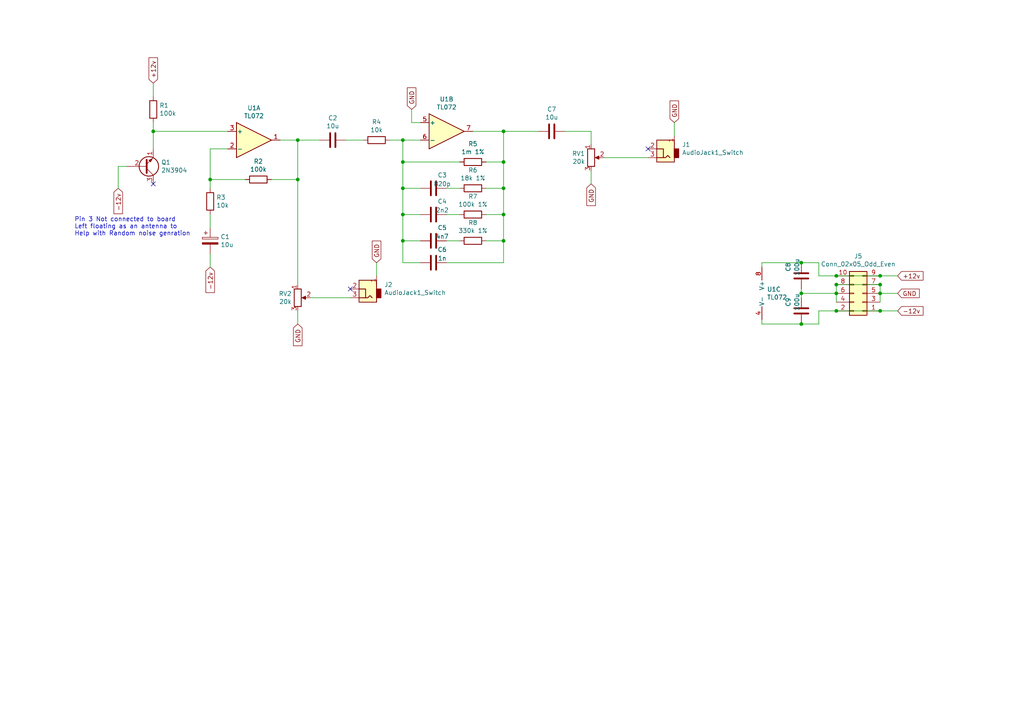
<source format=kicad_sch>
(kicad_sch (version 20250114) (generator "eeschema") (generator_version "9.0")
  (paper "A4")
  (lib_symbols
    (symbol "Amplifier_Operational:TL072" (pin_names (offset 0.127))
      (property "Reference" "U" (at 0 5.08 0))
      (property "Value" "TL072" (at 0 -5.08 0))
      (symbol "TL072_1_1"
        (polyline (pts (xy -5.08 5.08) (xy 5.08 0) (xy -5.08 -5.08) (xy -5.08 5.08)) (stroke (width 0.254)) (fill (type background)))
        (pin input line (at -7.62 2.54 0) (length 2.54) (name "+") (number "3"))
        (pin input line (at -7.62 -2.54 0) (length 2.54) (name "-") (number "2"))
        (pin output line (at 7.62 0 180) (length 2.54) (name "~") (number "1"))
      )
      (symbol "TL072_2_1"
        (polyline (pts (xy -5.08 5.08) (xy 5.08 0) (xy -5.08 -5.08) (xy -5.08 5.08)) (stroke (width 0.254)) (fill (type background)))
        (pin input line (at -7.62 2.54 0) (length 2.54) (name "+") (number "5"))
        (pin input line (at -7.62 -2.54 0) (length 2.54) (name "-") (number "6"))
        (pin output line (at 7.62 0 180) (length 2.54) (name "~") (number "7"))
      )
      (symbol "TL072_3_1"
        (pin power_in line (at -2.54 7.62 270) (length 3.81) (name "V+") (number "8"))
        (pin power_in line (at -2.54 -7.62 90) (length 3.81) (name "V-") (number "4"))
      )
    )
    (symbol "Connector_Generic:Conn_02x05_Odd_Even" (pin_names (offset 1.016) (hide yes))
      (property "Reference" "J" (at 1.27 7.62 0))
      (property "Value" "Conn_02x05_Odd_Even" (at 1.27 -7.62 0))
      (symbol "Conn_02x05_Odd_Even_1_1"
        (rectangle (start -1.27 6.35) (end 3.81 -6.35) (stroke (width 0.254)) (fill (type background)))
        (rectangle (start -1.27 5.207) (end 0 4.953) (stroke (width 0.1524)))
        (rectangle (start -1.27 2.667) (end 0 2.413) (stroke (width 0.1524)))
        (rectangle (start -1.27 0.127) (end 0 -0.127) (stroke (width 0.1524)))
        (rectangle (start -1.27 -2.413) (end 0 -2.667) (stroke (width 0.1524)))
        (rectangle (start -1.27 -4.953) (end 0 -5.207) (stroke (width 0.1524)))
        (rectangle (start 3.81 5.207) (end 2.54 4.953) (stroke (width 0.1524)))
        (rectangle (start 3.81 2.667) (end 2.54 2.413) (stroke (width 0.1524)))
        (rectangle (start 3.81 0.127) (end 2.54 -0.127) (stroke (width 0.1524)))
        (rectangle (start 3.81 -2.413) (end 2.54 -2.667) (stroke (width 0.1524)))
        (rectangle (start 3.81 -4.953) (end 2.54 -5.207) (stroke (width 0.1524)))
        (pin passive line (at -5.08 5.08 0) (length 3.81) (name "Pin_1") (number "1"))
        (pin passive line (at -5.08 2.54 0) (length 3.81) (name "Pin_3") (number "3"))
        (pin passive line (at -5.08 0 0) (length 3.81) (name "Pin_5") (number "5"))
        (pin passive line (at -5.08 -2.54 0) (length 3.81) (name "Pin_7") (number "7"))
        (pin passive line (at -5.08 -5.08 0) (length 3.81) (name "Pin_9") (number "9"))
        (pin passive line (at 7.62 5.08 180) (length 3.81) (name "Pin_2") (number "2"))
        (pin passive line (at 7.62 2.54 180) (length 3.81) (name "Pin_4") (number "4"))
        (pin passive line (at 7.62 0 180) (length 3.81) (name "Pin_6") (number "6"))
        (pin passive line (at 7.62 -2.54 180) (length 3.81) (name "Pin_8") (number "8"))
        (pin passive line (at 7.62 -5.08 180) (length 3.81) (name "Pin_10") (number "10"))
      )
    )
    (symbol "Custom_Lib:AudioJack1_Switch"
      (property "Reference" "J" (at 0 8.89 0))
      (property "Value" "Custom_Lib_AudioJack1_Switch" (at 0 6.35 0))
      (symbol "AudioJack1_Switch_0_1"
        (rectangle (start -2.54 0) (end -3.81 2.54) (stroke (width 0.254)) (fill (type outline)))
        (polyline (pts (xy -1.27 2.54) (xy -0.635 1.905) (xy 0 2.54) (xy 2.54 2.54)) (stroke (width 0.254)))
        (polyline (pts (xy 0.635 2.54) (xy 0.635 0) (xy 2.54 0)) (stroke (width 0.254)))
        (rectangle (start 2.54 3.81) (end -2.54 -2.54) (stroke (width 0.254)) (fill (type background)))
      )
      (symbol "AudioJack1_Switch_1_1"
        (pin passive line (at -2.54 -3.81 90) (length 2.54) (name "~") (number "1"))
        (pin passive line (at 5.08 2.54 180) (length 2.54) (name "~") (number "3"))
        (pin passive line (at 5.08 0 180) (length 2.54) (name "~") (number "2"))
      )
    )
    (symbol "Device:C" (pin_numbers (hide yes)) (pin_names (offset 0.254))
      (property "Reference" "C" (at 0.635 2.54 0))
      (property "Value" "C" (at 0.635 -2.54 0))
      (symbol "C_0_1"
        (polyline (pts (xy -2.032 0.762) (xy 2.032 0.762)) (stroke (width 0.508)))
        (polyline (pts (xy -2.032 -0.762) (xy 2.032 -0.762)) (stroke (width 0.508)))
      )
      (symbol "C_1_1"
        (pin passive line (at 0 3.81 270) (length 2.794) (name "~") (number "1"))
        (pin passive line (at 0 -3.81 90) (length 2.794) (name "~") (number "2"))
      )
    )
    (symbol "Device:CP" (pin_numbers (hide yes)) (pin_names (offset 0.254))
      (property "Reference" "C" (at 0.635 2.54 0))
      (property "Value" "Device_CP" (at 0.635 -2.54 0))
      (symbol "CP_0_1"
        (rectangle (start -2.286 0.508) (end 2.286 1.016))
        (polyline (pts (xy -1.778 2.286) (xy -0.762 2.286)))
        (polyline (pts (xy -1.27 2.794) (xy -1.27 1.778)))
        (rectangle (start 2.286 -0.508) (end -2.286 -1.016) (fill (type outline)))
      )
      (symbol "CP_1_1"
        (pin passive line (at 0 3.81 270) (length 2.794) (name "~") (number "1"))
        (pin passive line (at 0 -3.81 90) (length 2.794) (name "~") (number "2"))
      )
    )
    (symbol "Device:R" (pin_numbers (hide yes)) (pin_names (offset 0))
      (property "Reference" "R" (at 2.032 0 90))
      (property "Value" "R" (at 0 0 90))
      (symbol "R_0_1"
        (rectangle (start -1.016 -2.54) (end 1.016 2.54) (stroke (width 0.254)))
      )
      (symbol "R_1_1"
        (pin passive line (at 0 3.81 270) (length 1.27) (name "~") (number "1"))
        (pin passive line (at 0 -3.81 90) (length 1.27) (name "~") (number "2"))
      )
    )
    (symbol "Device:R_POT" (pin_names (offset 1.016) (hide yes))
      (property "Reference" "RV" (at -4.445 0 90))
      (property "Value" "Device_R_POT" (at -2.54 0 90))
      (symbol "R_POT_0_1"
        (rectangle (start 1.016 2.54) (end -1.016 -2.54) (stroke (width 0.254)))
        (polyline (pts (xy 1.143 0) (xy 2.286 0.508) (xy 2.286 -0.508) (xy 1.143 0)) (fill (type outline)))
        (polyline (pts (xy 2.54 0) (xy 1.524 0)))
      )
      (symbol "R_POT_1_1"
        (pin passive line (at 0 3.81 270) (length 1.27) (name "1") (number "1"))
        (pin passive line (at 0 -3.81 90) (length 1.27) (name "3") (number "3"))
        (pin passive line (at 3.81 0 180) (length 1.27) (name "2") (number "2"))
      )
    )
    (symbol "Transistor_BJT:2N3904" (pin_names (offset 0) (hide yes))
      (property "Reference" "Q" (at 5.08 1.905 0))
      (property "Value" "2N3904" (at 5.08 0 0))
      (symbol "2N3904_0_1"
        (polyline (pts (xy 0.635 1.905) (xy 0.635 -1.905) (xy 0.635 -1.905)) (stroke (width 0.508)))
        (polyline (pts (xy 0.635 0.635) (xy 2.54 2.54)))
        (polyline (pts (xy 0.635 -0.635) (xy 2.54 -2.54) (xy 2.54 -2.54)))
        (circle (center 1.27 0) (radius 2.8194) (stroke (width 0.254)))
        (polyline (pts (xy 1.27 -1.778) (xy 1.778 -1.27) (xy 2.286 -2.286) (xy 1.27 -1.778) (xy 1.27 -1.778)) (fill (type outline)))
      )
      (symbol "2N3904_1_1"
        (pin passive line (at -5.08 0 0) (length 5.715) (name "B") (number "2"))
        (pin passive line (at 2.54 5.08 270) (length 2.54) (name "C") (number "3"))
        (pin passive line (at 2.54 -5.08 90) (length 2.54) (name "E") (number "1"))
      )
    )
  )
  (text "Pin 3 Not connected to board\nLeft floating as an antenna to\nHelp with Random noise genration" (at 21.59 68.58 0) (effects (font (size 1.27 1.27)) (justify left bottom)))
  (junction (at 116.84 69.85))
  (junction (at 242.57 80.01))
  (junction (at 146.05 69.85))
  (junction (at 242.57 82.55))
  (junction (at 232.41 76.2))
  (junction (at 116.84 62.23))
  (junction (at 146.05 46.99))
  (junction (at 242.57 90.17))
  (junction (at 255.27 90.17))
  (junction (at 116.84 46.99))
  (junction (at 44.45 38.1))
  (junction (at 255.27 80.01))
  (junction (at 242.57 85.09))
  (junction (at 60.96 52.07))
  (junction (at 232.41 93.98))
  (junction (at 86.36 40.64))
  (junction (at 116.84 40.64))
  (junction (at 255.27 85.09))
  (junction (at 146.05 38.1))
  (junction (at 146.05 62.23))
  (junction (at 116.84 54.61))
  (junction (at 232.41 85.09))
  (junction (at 255.27 82.55))
  (junction (at 86.36 52.07))
  (junction (at 146.05 54.61))
  (no_connect (at 44.45 53.34))
  (no_connect (at 101.6 83.82))
  (no_connect (at 187.96 43.18))
  (wire (pts (xy 146.05 76.2) (xy 146.05 69.85)))
  (wire (pts (xy 260.35 90.17) (xy 255.27 90.17)))
  (wire (pts (xy 116.84 54.61) (xy 116.84 46.99)))
  (wire (pts (xy 121.92 69.85) (xy 116.84 69.85)))
  (wire (pts (xy 116.84 76.2) (xy 116.84 69.85)))
  (wire (pts (xy 140.97 62.23) (xy 146.05 62.23)))
  (wire (pts (xy 34.29 48.26) (xy 34.29 54.61)))
  (wire (pts (xy 36.83 48.26) (xy 34.29 48.26)))
  (wire (pts (xy 140.97 46.99) (xy 146.05 46.99)))
  (wire (pts (xy 90.17 86.36) (xy 101.6 86.36)))
  (wire (pts (xy 146.05 46.99) (xy 146.05 38.1)))
  (wire (pts (xy 195.58 35.56) (xy 195.58 39.37)))
  (wire (pts (xy 260.35 85.09) (xy 255.27 85.09)))
  (wire (pts (xy 119.38 35.56) (xy 121.92 35.56)))
  (wire (pts (xy 109.22 76.2) (xy 109.22 80.01)))
  (wire (pts (xy 146.05 38.1) (xy 156.21 38.1)))
  (wire (pts (xy 175.26 45.72) (xy 187.96 45.72)))
  (wire (pts (xy 86.36 52.07) (xy 78.74 52.07)))
  (wire (pts (xy 163.83 38.1) (xy 171.45 38.1)))
  (wire (pts (xy 60.96 77.47) (xy 60.96 73.66)))
  (wire (pts (xy 242.57 82.55) (xy 255.27 82.55)))
  (wire (pts (xy 237.49 76.2) (xy 232.41 76.2)))
  (wire (pts (xy 116.84 40.64) (xy 121.92 40.64)))
  (wire (pts (xy 232.41 83.82) (xy 232.41 85.09)))
  (wire (pts (xy 60.96 62.23) (xy 60.96 66.04)))
  (wire (pts (xy 232.41 85.09) (xy 242.57 85.09)))
  (wire (pts (xy 237.49 93.98) (xy 237.49 90.17)))
  (wire (pts (xy 86.36 90.17) (xy 86.36 93.98)))
  (wire (pts (xy 171.45 38.1) (xy 171.45 41.91)))
  (wire (pts (xy 116.84 46.99) (xy 116.84 40.64)))
  (wire (pts (xy 255.27 80.01) (xy 242.57 80.01)))
  (wire (pts (xy 121.92 62.23) (xy 116.84 62.23)))
  (wire (pts (xy 237.49 80.01) (xy 237.49 76.2)))
  (wire (pts (xy 255.27 85.09) (xy 255.27 87.63)))
  (wire (pts (xy 171.45 49.53) (xy 171.45 53.34)))
  (wire (pts (xy 60.96 52.07) (xy 60.96 54.61)))
  (wire (pts (xy 232.41 85.09) (xy 232.41 86.36)))
  (wire (pts (xy 237.49 90.17) (xy 242.57 90.17)))
  (wire (pts (xy 232.41 93.98) (xy 237.49 93.98)))
  (wire (pts (xy 140.97 54.61) (xy 146.05 54.61)))
  (wire (pts (xy 44.45 38.1) (xy 44.45 35.56)))
  (wire (pts (xy 81.28 40.64) (xy 86.36 40.64)))
  (wire (pts (xy 140.97 69.85) (xy 146.05 69.85)))
  (wire (pts (xy 44.45 43.18) (xy 44.45 38.1)))
  (wire (pts (xy 44.45 24.13) (xy 44.45 27.94)))
  (wire (pts (xy 146.05 69.85) (xy 146.05 62.23)))
  (wire (pts (xy 255.27 90.17) (xy 242.57 90.17)))
  (wire (pts (xy 232.41 76.2) (xy 220.98 76.2)))
  (wire (pts (xy 242.57 85.09) (xy 242.57 87.63)))
  (wire (pts (xy 129.54 62.23) (xy 133.35 62.23)))
  (wire (pts (xy 113.03 40.64) (xy 116.84 40.64)))
  (wire (pts (xy 255.27 82.55) (xy 255.27 85.09)))
  (wire (pts (xy 220.98 92.71) (xy 220.98 93.98)))
  (wire (pts (xy 71.12 52.07) (xy 60.96 52.07)))
  (wire (pts (xy 146.05 62.23) (xy 146.05 54.61)))
  (wire (pts (xy 220.98 93.98) (xy 232.41 93.98)))
  (wire (pts (xy 121.92 76.2) (xy 116.84 76.2)))
  (wire (pts (xy 220.98 76.2) (xy 220.98 77.47)))
  (wire (pts (xy 116.84 69.85) (xy 116.84 62.23)))
  (wire (pts (xy 86.36 40.64) (xy 92.71 40.64)))
  (wire (pts (xy 242.57 82.55) (xy 242.57 85.09)))
  (wire (pts (xy 119.38 31.75) (xy 119.38 35.56)))
  (wire (pts (xy 66.04 38.1) (xy 44.45 38.1)))
  (wire (pts (xy 146.05 54.61) (xy 146.05 46.99)))
  (wire (pts (xy 121.92 54.61) (xy 116.84 54.61)))
  (wire (pts (xy 129.54 76.2) (xy 146.05 76.2)))
  (wire (pts (xy 100.33 40.64) (xy 105.41 40.64)))
  (wire (pts (xy 129.54 54.61) (xy 133.35 54.61)))
  (wire (pts (xy 260.35 80.01) (xy 255.27 80.01)))
  (wire (pts (xy 116.84 62.23) (xy 116.84 54.61)))
  (wire (pts (xy 133.35 46.99) (xy 116.84 46.99)))
  (wire (pts (xy 60.96 43.18) (xy 60.96 52.07)))
  (wire (pts (xy 129.54 69.85) (xy 133.35 69.85)))
  (wire (pts (xy 146.05 38.1) (xy 137.16 38.1)))
  (wire (pts (xy 86.36 52.07) (xy 86.36 82.55)))
  (wire (pts (xy 60.96 43.18) (xy 66.04 43.18)))
  (wire (pts (xy 86.36 40.64) (xy 86.36 52.07)))
  (wire (pts (xy 242.57 80.01) (xy 237.49 80.01)))
  (global_label "-12v" (shape input) (at 60.96 77.47 270) (property "Intersheetrefs" "${INTERSHEET_REFS}" (effects (hide yes))))
  (global_label "+12v" (shape input) (at 260.35 80.01 0) (property "Intersheetrefs" "${INTERSHEET_REFS}" (effects (hide yes))))
  (global_label "GND" (shape input) (at 171.45 53.34 270) (property "Intersheetrefs" "${INTERSHEET_REFS}" (effects (hide yes))))
  (global_label "GND" (shape input) (at 119.38 31.75 90) (property "Intersheetrefs" "${INTERSHEET_REFS}" (effects (hide yes))))
  (global_label "-12v" (shape input) (at 260.35 90.17 0) (property "Intersheetrefs" "${INTERSHEET_REFS}" (effects (hide yes))))
  (global_label "+12v" (shape input) (at 44.45 24.13 90) (property "Intersheetrefs" "${INTERSHEET_REFS}" (effects (hide yes))))
  (global_label "GND" (shape input) (at 260.35 85.09 0) (property "Intersheetrefs" "${INTERSHEET_REFS}" (effects (hide yes))))
  (global_label "GND" (shape input) (at 86.36 93.98 270) (property "Intersheetrefs" "${INTERSHEET_REFS}" (effects (hide yes))))
  (global_label "GND" (shape input) (at 195.58 35.56 90) (property "Intersheetrefs" "${INTERSHEET_REFS}" (effects (hide yes))))
  (global_label "GND" (shape input) (at 109.22 76.2 90) (property "Intersheetrefs" "${INTERSHEET_REFS}" (effects (hide yes))))
  (global_label "-12v" (shape input) (at 34.29 54.61 270) (property "Intersheetrefs" "${INTERSHEET_REFS}" (effects (hide yes))))
  (symbol (lib_id "Transistor_BJT:2N3904") (at 41.91 48.26 0) (mirror x) (unit 1)
    (property "Reference" "Q1" (at 46.736 47.0916 0) (effects (justify left)))
    (property "Value" "2N3904" (at 46.736 49.403 0) (effects (justify left)))
    (property "Footprint" "TO_SOT_Packages_THT:TO-92_Inline_Wide" (effects (hide yes)))
    (property "Datasheet" "https://www.fairchildsemi.com/datasheets/2N/2N3904.pdf" (effects (hide yes)))
  )
  (symbol (lib_id "Device:R") (at 44.45 31.75 0) (unit 1)
    (property "Reference" "R1" (at 46.228 30.5816 0) (effects (justify left)))
    (property "Value" "100k" (at 46.228 32.893 0) (effects (justify left)))
    (property "Footprint" "Resistors_SMD:R_1210_HandSoldering" (effects (hide yes)))
  )
  (symbol (lib_id "Device:R") (at 74.93 52.07 270) (unit 1)
    (property "Reference" "R2" (at 74.93 46.8122 90))
    (property "Value" "100k" (at 74.93 49.1236 90))
    (property "Footprint" "Resistors_SMD:R_1210_HandSoldering" (effects (hide yes)))
  )
  (symbol (lib_id "Device:R") (at 60.96 58.42 180) (unit 1)
    (property "Reference" "R3" (at 62.738 57.2516 0) (effects (justify right)))
    (property "Value" "10k" (at 62.738 59.563 0) (effects (justify right)))
    (property "Footprint" "Resistors_SMD:R_1210_HandSoldering" (effects (hide yes)))
  )
  (symbol (lib_id "Device:CP") (at 60.96 69.85 0) (unit 1)
    (property "Reference" "C1" (at 63.9572 68.6816 0) (effects (justify left)))
    (property "Value" "10u" (at 63.9572 70.993 0) (effects (justify left)))
    (property "Footprint" "Capacitors_SMD:CP_Elec_4x4.5" (effects (hide yes)))
  )
  (symbol (lib_id "Device:R") (at 109.22 40.64 270) (unit 1)
    (property "Reference" "R4" (at 109.22 35.3822 90))
    (property "Value" "10k" (at 109.22 37.6936 90))
    (property "Footprint" "Resistors_SMD:R_1210_HandSoldering" (effects (hide yes)))
  )
  (symbol (lib_id "Device:C") (at 96.52 40.64 270) (unit 1)
    (property "Reference" "C2" (at 96.52 34.2392 90))
    (property "Value" "10u" (at 96.52 36.5506 90))
    (property "Footprint" "Capacitors_SMD:C_1210_HandSoldering" (effects (hide yes)))
  )
  (symbol (lib_id "Device:R") (at 137.16 54.61 270) (unit 1)
    (property "Reference" "R6" (at 137.16 49.3522 90))
    (property "Value" "18k 1%" (at 137.16 51.6636 90))
    (property "Footprint" "Resistors_SMD:R_1210_HandSoldering" (effects (hide yes)))
  )
  (symbol (lib_id "Device:C") (at 125.73 54.61 270) (unit 1)
    (property "Reference" "C3" (at 128.27 50.8 90))
    (property "Value" "820p" (at 128.27 53.34 90))
    (property "Footprint" "Capacitors_SMD:C_1210_HandSoldering" (effects (hide yes)))
  )
  (symbol (lib_id "Device:R") (at 137.16 46.99 270) (unit 1)
    (property "Reference" "R5" (at 137.16 41.7322 90))
    (property "Value" "1m 1%" (at 137.16 44.0436 90))
    (property "Footprint" "Resistors_SMD:R_1210_HandSoldering" (effects (hide yes)))
  )
  (symbol (lib_id "Device:R") (at 137.16 62.23 270) (unit 1)
    (property "Reference" "R7" (at 137.16 56.9722 90))
    (property "Value" "100k 1%" (at 137.16 59.2836 90))
    (property "Footprint" "Resistors_SMD:R_1210_HandSoldering" (effects (hide yes)))
  )
  (symbol (lib_id "Device:C") (at 125.73 62.23 270) (unit 1)
    (property "Reference" "C4" (at 128.27 58.42 90))
    (property "Value" "2n2" (at 128.27 60.96 90))
    (property "Footprint" "Capacitors_SMD:C_1210_HandSoldering" (effects (hide yes)))
  )
  (symbol (lib_id "Device:R") (at 137.16 69.85 270) (unit 1)
    (property "Reference" "R8" (at 137.16 64.5922 90))
    (property "Value" "330k 1%" (at 137.16 66.9036 90))
    (property "Footprint" "Resistors_SMD:R_1210_HandSoldering" (effects (hide yes)))
  )
  (symbol (lib_id "Device:C") (at 125.73 69.85 270) (unit 1)
    (property "Reference" "C5" (at 128.27 66.04 90))
    (property "Value" "4n7" (at 128.27 68.58 90))
    (property "Footprint" "Capacitors_SMD:C_1210_HandSoldering" (effects (hide yes)))
  )
  (symbol (lib_id "Device:C") (at 125.73 76.2 270) (unit 1)
    (property "Reference" "C6" (at 128.27 72.39 90))
    (property "Value" "1n" (at 128.27 74.93 90))
    (property "Footprint" "Capacitors_SMD:C_1210_HandSoldering" (effects (hide yes)))
  )
  (symbol (lib_id "Device:C") (at 160.02 38.1 270) (unit 1)
    (property "Reference" "C7" (at 160.02 31.6992 90))
    (property "Value" "10u" (at 160.02 34.0106 90))
    (property "Footprint" "Capacitors_SMD:C_1210_HandSoldering" (effects (hide yes)))
  )
  (symbol (lib_id "Device:R_POT") (at 171.45 45.72 0) (unit 1)
    (property "Reference" "RV1" (at 169.6974 44.5516 0) (effects (justify right)))
    (property "Value" "20k" (at 169.6974 46.863 0) (effects (justify right)))
    (property "Footprint" "Potentiometers:Potentiometer_Bourns_PTV09A-2_Vertical" (effects (hide yes)))
  )
  (symbol (lib_id "Amplifier_Operational:TL072") (at 73.66 40.64 0) (unit 1)
    (property "Reference" "U1" (at 73.66 31.3182 0))
    (property "Value" "TL072" (at 73.66 33.6296 0))
    (property "Footprint" "Housings_SOIC:SOIC-8_3.9x4.9mm_Pitch1.27mm" (effects (hide yes)))
    (property "Datasheet" "http://www.ti.com/lit/ds/symlink/tl071.pdf" (effects (hide yes)))
  )
  (symbol (lib_id "Amplifier_Operational:TL072") (at 129.54 38.1 0) (unit 2)
    (property "Reference" "U1" (at 129.54 28.7782 0))
    (property "Value" "TL072" (at 129.54 31.0896 0))
    (property "Footprint" "Housings_SOIC:SOIC-8_3.9x4.9mm_Pitch1.27mm" (effects (hide yes)))
    (property "Datasheet" "http://www.ti.com/lit/ds/symlink/tl071.pdf" (effects (hide yes)))
  )
  (symbol (lib_id "Amplifier_Operational:TL072") (at 223.52 85.09 0) (unit 3)
    (property "Reference" "U1" (at 222.4532 83.9216 0) (effects (justify left)))
    (property "Value" "TL072" (at 222.4532 86.233 0) (effects (justify left)))
    (property "Footprint" "Housings_SOIC:SOIC-8_3.9x4.9mm_Pitch1.27mm" (effects (hide yes)))
    (property "Datasheet" "http://www.ti.com/lit/ds/symlink/tl071.pdf" (effects (hide yes)))
  )
  (symbol (lib_id "Connector_Generic:Conn_02x05_Odd_Even") (at 250.19 85.09 180) (unit 1)
    (property "Reference" "J5" (at 248.92 74.295 0))
    (property "Value" "Conn_02x05_Odd_Even" (at 248.92 76.6064 0))
    (property "Footprint" "Pin_Headers:Pin_Header_Straight_2x05_Pitch2.54mm" (effects (hide yes)))
  )
  (symbol (lib_id "Device:C") (at 232.41 80.01 0) (unit 1)
    (property "Reference" "C8" (at 228.6 77.47 90))
    (property "Value" "100u" (at 231.14 77.47 90))
    (property "Footprint" "Capacitors_SMD:CP_Elec_6.3x7.7" (effects (hide yes)))
  )
  (symbol (lib_id "Device:C") (at 232.41 90.17 0) (unit 1)
    (property "Reference" "C9" (at 228.6 87.63 90))
    (property "Value" "100u" (at 231.14 87.63 90))
    (property "Footprint" "Capacitors_SMD:CP_Elec_6.3x7.7" (effects (hide yes)))
  )
  (symbol (lib_id "Custom_Lib:AudioJack1_Switch") (at 193.04 43.18 180) (unit 1)
    (property "Reference" "J1" (at 197.8152 41.9354 0) (effects (justify right)))
    (property "Value" "AudioJack1_Switch" (at 197.8152 44.2468 0) (effects (justify right)))
    (property "Footprint" "Custom_Library:Mono_Jack_3.5mm_Switch_Switchcraft_35RAPC2AH3" (effects (hide yes)))
  )
  (symbol (lib_id "Device:R_POT") (at 86.36 86.36 0) (unit 1)
    (property "Reference" "RV2" (at 84.6074 85.1916 0) (effects (justify right)))
    (property "Value" "20k" (at 84.6074 87.503 0) (effects (justify right)))
    (property "Footprint" "Potentiometers:Potentiometer_Bourns_PTV09A-2_Vertical" (effects (hide yes)))
  )
  (symbol (lib_id "Custom_Lib:AudioJack1_Switch") (at 106.68 83.82 180) (unit 1)
    (property "Reference" "J2" (at 111.4552 82.5754 0) (effects (justify right)))
    (property "Value" "AudioJack1_Switch" (at 111.4552 84.8868 0) (effects (justify right)))
    (property "Footprint" "Custom_Library:Mono_Jack_3.5mm_Switch_Switchcraft_35RAPC2AH3" (effects (hide yes)))
  )
)
</source>
